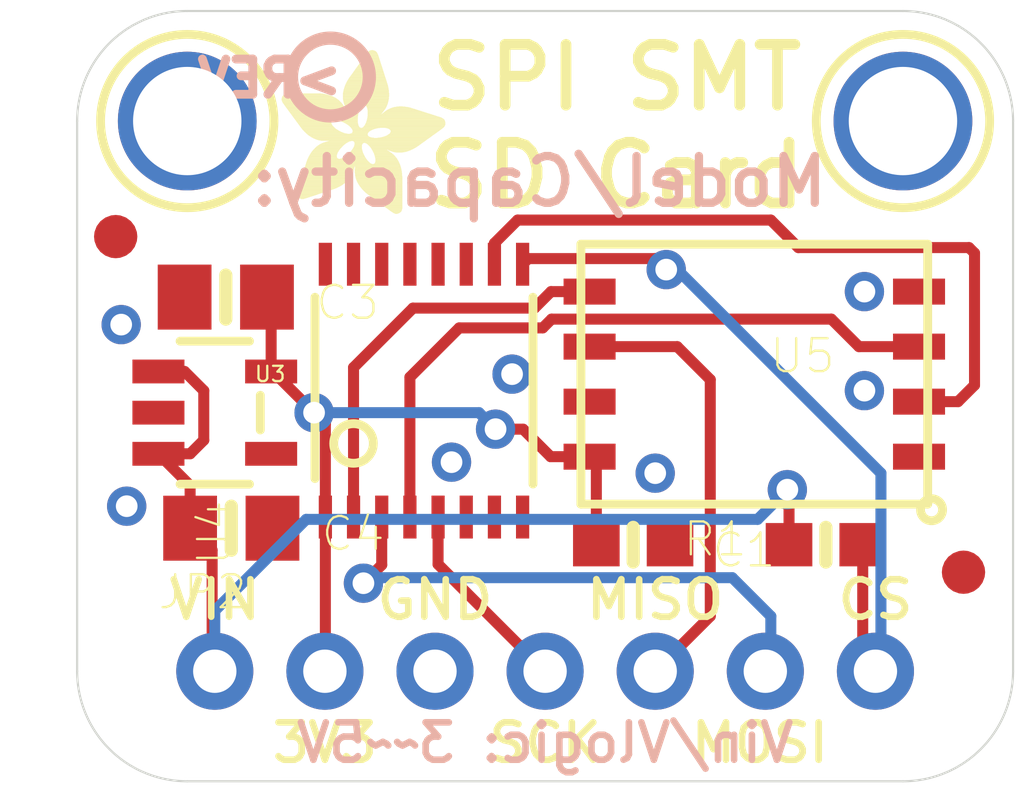
<source format=kicad_pcb>
(kicad_pcb (version 20211014) (generator pcbnew)
  (layers (0 "F.Cu" signal) (31 "B.Cu" signal) (34 "B.Paste" user) (35 "F.Paste" user) (36 "B.SilkS" user "B.Silkscreen") (37 "F.SilkS" user "F.Silkscreen") (38 "B.Mask" user) (39 "F.Mask" user) (44 "Edge.Cuts" user))
  (net 0 "")
  (net 1 "GND")
  (net 2 "SCK_3.3V")
  (net 3 "MOSI_3.3V")
  (net 4 "MISO_3.3V")
  (net 5 "SSEL_3.3V")
  (net 6 "SCK")
  (net 7 "MOSI")
  (net 8 "SS")
  (net 9 "3.3V")
  (net 10 "VIN")
  (footprint "Adafruit SPI Flash SD Card:0603-NO" (layer "F.Cu") (at 150.5331 108.4326)
    (fp_text reference "C1" (at 1.778 0.127) (layer "F.SilkS") (effects (font (size 0.75948 0.75948) (thickness 0.05332)) (justify left)))
    (fp_text value "0.1uF")
    (pad "1" smd rect (at -0.85 0) (size 1.075 1) (layers "F.Cu" "F.Paste" "F.Mask") (net 9 "3.3V"))
    (pad "2" smd rect (at 0.85 0) (size 1.075 1) (layers "F.Cu" "F.Paste" "F.Mask") (net 1 "GND"))
  )
  (footprint "Adafruit SPI Flash SD Card:MOUNTINGHOLE_2.5_PLATED" (layer "F.Cu") (at 140.2461 98.6536)
    (fp_text reference "U$16" hide)
    (fp_text value "MOUNTINGHOLE2.5" hide)
    (pad "P$1" thru_hole circle (at 0 0) (size 3.2 3.2) (drill 2.5) (layers *.Cu *.Mask))
  )
  (footprint "Adafruit SPI Flash SD Card:SOT23-5" (layer "F.Cu") (at 140.8811 105.3846 -90)
    (fp_text reference "U4" (at 1.978 0 90) (layer "F.SilkS") (effects (font (size 0.75948 0.75948) (thickness 0.05332)) (justify right)))
    (fp_text value "AP2112K-3.3")
    (pad "1" smd rect (at -0.95 1.3001 270) (size 0.55 1.2) (layers "F.Cu" "F.Paste" "F.Mask") (net 10 "VIN"))
    (pad "2" smd rect (at 0 1.3001 270) (size 0.55 1.2) (layers "F.Cu" "F.Paste" "F.Mask") (net 1 "GND"))
    (pad "3" smd rect (at 0.95 1.3001 270) (size 0.55 1.2) (layers "F.Cu" "F.Paste" "F.Mask") (net 10 "VIN"))
    (pad "4" smd rect (at 0.95 -1.3001 270) (size 0.55 1.2) (layers "F.Cu" "F.Paste" "F.Mask"))
    (pad "5" smd rect (at -0.95 -1.3001 270) (size 0.55 1.2) (layers "F.Cu" "F.Paste" "F.Mask") (net 9 "3.3V"))
  )
  (footprint "Adafruit SPI Flash SD Card:FIDUCIAL_1MM" (layer "F.Cu") (at 138.5951 101.3206)
    (fp_text reference "FID2" hide)
    (fp_text value "FIDUCIAL_1MM" hide)
    (pad "1" smd roundrect (at 0 0) (size 1 1) (layers "F.Cu" "F.Mask") (roundrect_rratio 0.5))
  )
  (footprint "Adafruit SPI Flash SD Card:FIDUCIAL_1MM" (layer "F.Cu") (at 158.1531 109.0676)
    (fp_text reference "FID3" hide)
    (fp_text value "FIDUCIAL_1MM" hide)
    (pad "1" smd roundrect (at 0 0) (size 1 1) (layers "F.Cu" "F.Mask") (roundrect_rratio 0.5))
  )
  (footprint "Adafruit SPI Flash SD Card:0603-NO" (layer "F.Cu") (at 154.9781 108.4326 180)
    (fp_text reference "R1" (at 1.778 0.127) (layer "F.SilkS") (effects (font (size 0.75948 0.75948) (thickness 0.05332)) (justify right)))
    (fp_text value "10K")
    (pad "1" smd rect (at -0.85 0 180) (size 1.075 1) (layers "F.Cu" "F.Paste" "F.Mask") (net 8 "SS"))
    (pad "2" smd rect (at 0.85 0 180) (size 1.075 1) (layers "F.Cu" "F.Paste" "F.Mask") (net 10 "VIN"))
  )
  (footprint "Adafruit SPI Flash SD Card:TSSOP16" (layer "F.Cu") (at 145.7071 104.8766)
    (fp_text reference "U3" (at -3.937 -0.381) (layer "F.SilkS") (effects (font (size 0.35308 0.35308) (thickness 0.05332)) (justify left)))
    (fp_text value "74HC4050D")
    (pad "1" smd rect (at -2.275 2.9178) (size 0.3048 0.9906) (layers "F.Cu" "F.Paste" "F.Mask") (net 9 "3.3V"))
    (pad "2" smd rect (at -1.625 2.9178) (size 0.3048 0.9906) (layers "F.Cu" "F.Paste" "F.Mask") (net 3 "MOSI_3.3V"))
    (pad "3" smd rect (at -0.975 2.9178) (size 0.3048 0.9906) (layers "F.Cu" "F.Paste" "F.Mask") (net 7 "MOSI"))
    (pad "4" smd rect (at -0.325 2.9178) (size 0.3048 0.9906) (layers "F.Cu" "F.Paste" "F.Mask") (net 2 "SCK_3.3V"))
    (pad "5" smd rect (at 0.325 2.9178) (size 0.3048 0.9906) (layers "F.Cu" "F.Paste" "F.Mask") (net 6 "SCK"))
    (pad "6" smd rect (at 0.975 2.9178) (size 0.3048 0.9906) (layers "F.Cu" "F.Paste" "F.Mask"))
    (pad "7" smd rect (at 1.625 2.9178) (size 0.3048 0.9906) (layers "F.Cu" "F.Paste" "F.Mask"))
    (pad "8" smd rect (at 2.275 2.9178) (size 0.3048 0.9906) (layers "F.Cu" "F.Paste" "F.Mask") (net 1 "GND"))
    (pad "9" smd rect (at 2.275 -2.9178) (size 0.3048 0.9906) (layers "F.Cu" "F.Paste" "F.Mask") (net 8 "SS"))
    (pad "10" smd rect (at 1.625 -2.9178) (size 0.3048 0.9906) (layers "F.Cu" "F.Paste" "F.Mask") (net 5 "SSEL_3.3V"))
    (pad "11" smd rect (at 0.975 -2.9178) (size 0.3048 0.9906) (layers "F.Cu" "F.Paste" "F.Mask"))
    (pad "12" smd rect (at 0.325 -2.9178) (size 0.3048 0.9906) (layers "F.Cu" "F.Paste" "F.Mask"))
    (pad "13" smd rect (at -0.325 -2.9178) (size 0.3048 0.9906) (layers "F.Cu" "F.Paste" "F.Mask"))
    (pad "14" smd rect (at -0.975 -2.9178) (size 0.3048 0.9906) (layers "F.Cu" "F.Paste" "F.Mask"))
    (pad "15" smd rect (at -1.625 -2.9178) (size 0.3048 0.9906) (layers "F.Cu" "F.Paste" "F.Mask"))
    (pad "16" smd rect (at -2.275 -2.9178) (size 0.3048 0.9906) (layers "F.Cu" "F.Paste" "F.Mask"))
  )
  (footprint "Adafruit SPI Flash SD Card:1X07_ROUND_70" (layer "F.Cu") (at 148.5011 111.3536)
    (fp_text reference "JP2" (at -8.9662 -1.8288) (layer "F.SilkS") (effects (font (size 0.75948 0.75948) (thickness 0.05332)) (justify left)))
    (fp_text value "")
    (pad "1" thru_hole circle (at -7.62 0 90) (size 1.778 1.778) (drill 1) (layers *.Cu *.Mask) (net 10 "VIN"))
    (pad "2" thru_hole circle (at -5.08 0 90) (size 1.778 1.778) (drill 1) (layers *.Cu *.Mask) (net 9 "3.3V"))
    (pad "3" thru_hole circle (at -2.54 0 90) (size 1.778 1.778) (drill 1) (layers *.Cu *.Mask) (net 1 "GND"))
    (pad "4" thru_hole circle (at 0 0 90) (size 1.778 1.778) (drill 1) (layers *.Cu *.Mask) (net 6 "SCK"))
    (pad "5" thru_hole circle (at 2.54 0 90) (size 1.778 1.778) (drill 1) (layers *.Cu *.Mask) (net 4 "MISO_3.3V"))
    (pad "6" thru_hole circle (at 5.08 0 90) (size 1.778 1.778) (drill 1) (layers *.Cu *.Mask) (net 7 "MOSI"))
    (pad "7" thru_hole circle (at 7.62 0 90) (size 1.778 1.778) (drill 1) (layers *.Cu *.Mask) (net 8 "SS"))
  )
  (footprint "Adafruit SPI Flash SD Card:0805-NO" (layer "F.Cu") (at 141.2621 108.0516)
    (fp_text reference "C4" (at 2.032 0.127) (layer "F.SilkS") (effects (font (size 0.75948 0.75948) (thickness 0.05332)) (justify left)))
    (fp_text value "10uF")
    (pad "1" smd rect (at -0.95 0) (size 1.24 1.5) (layers "F.Cu" "F.Paste" "F.Mask") (net 10 "VIN"))
    (pad "2" smd rect (at 0.95 0) (size 1.24 1.5) (layers "F.Cu" "F.Paste" "F.Mask") (net 1 "GND"))
  )
  (footprint "Adafruit SPI Flash SD Card:LGA8_8X6" (layer "F.Cu") (at 153.3271 104.4956 180)
    (fp_text reference "U5" (at -1.905 0.419) (layer "F.SilkS") (effects (font (size 0.75948 0.75948) (thickness 0.05332)) (justify right)))
    (fp_text value "XTSD")
    (pad "1" smd rect (at -3.8 -1.905 90) (size 0.6 1.2) (layers "F.Cu" "F.Paste" "F.Mask"))
    (pad "2" smd rect (at -3.8 -0.635 90) (size 0.6 1.2) (layers "F.Cu" "F.Paste" "F.Mask") (net 5 "SSEL_3.3V"))
    (pad "3" smd rect (at -3.8 0.635 90) (size 0.6 1.2) (layers "F.Cu" "F.Paste" "F.Mask") (net 2 "SCK_3.3V"))
    (pad "4" smd rect (at -3.8 1.905 90) (size 0.6 1.2) (layers "F.Cu" "F.Paste" "F.Mask") (net 1 "GND"))
    (pad "5" smd rect (at 3.8 1.905 90) (size 0.6 1.2) (layers "F.Cu" "F.Paste" "F.Mask") (net 3 "MOSI_3.3V"))
    (pad "6" smd rect (at 3.8 0.635 90) (size 0.6 1.2) (layers "F.Cu" "F.Paste" "F.Mask") (net 4 "MISO_3.3V"))
    (pad "7" smd rect (at 3.8 -0.635 90) (size 0.6 1.2) (layers "F.Cu" "F.Paste" "F.Mask"))
    (pad "8" smd rect (at 3.8 -1.905 90) (size 0.6 1.2) (layers "F.Cu" "F.Paste" "F.Mask") (net 9 "3.3V"))
  )
  (footprint "Adafruit SPI Flash SD Card:0805-NO" (layer "F.Cu") (at 141.1351 102.7176)
    (fp_text reference "C3" (at 2.032 0.127) (layer "F.SilkS") (effects (font (size 0.75948 0.75948) (thickness 0.05332)) (justify left)))
    (fp_text value "10uF")
    (pad "1" smd rect (at -0.95 0) (size 1.24 1.5) (layers "F.Cu" "F.Paste" "F.Mask") (net 1 "GND"))
    (pad "2" smd rect (at 0.95 0) (size 1.24 1.5) (layers "F.Cu" "F.Paste" "F.Mask") (net 9 "3.3V"))
  )
  (footprint "Adafruit SPI Flash SD Card:MOUNTINGHOLE_2.5_PLATED" (layer "F.Cu") (at 156.7561 98.6536)
    (fp_text reference "U$17" hide)
    (fp_text value "MOUNTINGHOLE2.5" hide)
    (pad "P$1" thru_hole circle (at 0 0) (size 3.2 3.2) (drill 2.5) (layers *.Cu *.Mask))
  )
  (footprint "Adafruit SPI Flash SD Card:ADAFRUIT_3.5MM" (layer "F.Cu") (at 142.4051 100.8126)
    (fp_text reference "U$19" hide)
    (fp_text value "" hide)
  )
  (footprint "Adafruit SPI Flash SD Card:PCBFEAT-REV-040" (layer "B.Cu") (at 143.5481 97.6376 180)
    (fp_text reference "U$21" hide)
    (fp_text value "" hide)
    (fp_text user ">REV" (at -0.3556 -0.508) (layer "B.SilkS") (effects (font (size 0.8128 0.8128) (thickness 0.2032)) (justify left bottom mirror)))
  )
  (gr_line (start 159.2961 98.6536) (end 159.2961 111.3536) (layer "Edge.Cuts") (width 0.05))
  (gr_arc (start 140.2461 113.8936) (mid 138.450049 113.149651) (end 137.7061 111.3536) (layer "Edge.Cuts") (width 0.05))
  (gr_arc (start 156.7561 96.1136) (mid 158.552151 96.857549) (end 159.2961 98.6536) (layer "Edge.Cuts") (width 0.05))
  (gr_line (start 137.7061 111.3536) (end 137.7061 98.6536) (layer "Edge.Cuts") (width 0.05))
  (gr_arc (start 137.7061 98.6536) (mid 138.450049 96.857549) (end 140.2461 96.1136) (layer "Edge.Cuts") (width 0.05))
  (gr_line (start 156.7561 113.8936) (end 140.2461 113.8936) (layer "Edge.Cuts") (width 0.05))
  (gr_arc (start 159.2961 111.3536) (mid 158.552151 113.149651) (end 156.7561 113.8936) (layer "Edge.Cuts") (width 0.05))
  (gr_line (start 140.2461 96.1136) (end 156.7561 96.1136) (layer "Edge.Cuts") (width 0.05))
  (gr_text "Model/Capacity:" (at 148.3741 100.0506) (layer "B.SilkS") (effects (font (size 1.0795 1.0795) (thickness 0.1905)) (justify mirror)))
  (gr_text "" (at 150.4061 97.8916) (layer "B.SilkS") (effects (font (size 1.40335 1.40335) (thickness 0.24765)) (justify mirror)))
  (gr_text "Vin/Vlogic: 3~~5V" (at 148.5011 113.0046) (layer "B.SilkS") (effects (font (size 0.8636 0.8636) (thickness 0.1524)) (justify mirror)))
  (gr_text "VIN" (at 140.8811 109.7026) (layer "F.SilkS") (effects (font (size 0.8636 0.8636) (thickness 0.1524))))
  (gr_text "3V3" (at 143.4211 113.0046) (layer "F.SilkS") (effects (font (size 0.8636 0.8636) (thickness 0.1524))))
  (gr_text "SPI SMT\nSD Card" (at 150.1521 98.7806) (layer "F.SilkS") (effects (font (size 1.40335 1.40335) (thickness 0.24765))))
  (gr_text "GND" (at 145.9611 109.7026) (layer "F.SilkS") (effects (font (size 0.8636 0.8636) (thickness 0.1524))))
  (gr_text "CS" (at 156.1211 109.7026) (layer "F.SilkS") (effects (font (size 0.8636 0.8636) (thickness 0.1524))))
  (gr_text "SCK" (at 148.5011 113.0046) (layer "F.SilkS") (effects (font (size 0.8636 0.8636) (thickness 0.1524))))
  (gr_text "MOSI" (at 153.4541 113.0046) (layer "F.SilkS") (effects (font (size 0.8636 0.8636) (thickness 0.1524))))
  (gr_text "MISO" (at 151.0411 109.7026) (layer "F.SilkS") (effects (font (size 0.8636 0.8636) (thickness 0.1524))))
  (via (at 155.8671 102.5906) (size 0.9064) (drill 0.5) (layers "F.Cu" "B.Cu") (net 1))
  (via (at 138.7221 103.3526) (size 0.9064) (drill 0.5) (layers "F.Cu" "B.Cu") (net 1))
  (via (at 146.3421 106.5276) (size 0.9064) (drill 0.5) (layers "F.Cu" "B.Cu") (net 1))
  (via (at 151.0411 106.7816) (size 0.9064) (drill 0.5) (layers "F.Cu" "B.Cu") (net 1))
  (via (at 155.8671 104.8766) (size 0.9064) (drill 0.5) (layers "F.Cu" "B.Cu") (net 1))
  (via (at 147.7391 104.4956) (size 0.9064) (drill 0.5) (layers "F.Cu" "B.Cu") (net 1))
  (via (at 138.8491 107.5436) (size 0.9064) (drill 0.5) (layers "F.Cu" "B.Cu") (net 1))
  (segment (start 146.5199 103.4288) (end 148.446481 103.4288) (width 0.254) (layer "F.Cu") (net 2))
  (segment (start 148.446481 103.4288) (end 148.649681 103.2256) (width 0.254) (layer "F.Cu") (net 2))
  (segment (start 155.7401 103.8606) (end 157.1271 103.8606) (width 0.254) (layer "F.Cu") (net 2))
  (segment (start 148.649681 103.2256) (end 155.1051 103.2256) (width 0.254) (layer "F.Cu") (net 2))
  (segment (start 145.3821 104.5666) (end 146.5199 103.4288) (width 0.254) (layer "F.Cu") (net 2))
  (segment (start 145.3821 107.7944) (end 145.3821 104.5666) (width 0.254) (layer "F.Cu") (net 2))
  (segment (start 155.1051 103.2256) (end 155.7401 103.8606) (width 0.254) (layer "F.Cu") (net 2))
  (segment (start 148.6381 102.5906) (end 149.5271 102.5906) (width 0.254) (layer "F.Cu") (net 3))
  (segment (start 145.4531 102.9716) (end 148.2571 102.9716) (width 0.254) (layer "F.Cu") (net 3))
  (segment (start 148.6381 102.5906) (end 148.2571 102.9716) (width 0.254) (layer "F.Cu") (net 3))
  (segment (start 144.0821 107.7944) (end 144.0821 104.3426) (width 0.254) (layer "F.Cu") (net 3))
  (segment (start 144.0821 104.3426) (end 145.4531 102.9716) (width 0.254) (layer "F.Cu") (net 3))
  (segment (start 152.3111 110.0836) (end 151.0411 111.3536) (width 0.254) (layer "F.Cu") (net 4))
  (segment (start 151.5491 103.8606) (end 152.3111 104.6226) (width 0.254) (layer "F.Cu") (net 4))
  (segment (start 149.5271 103.8606) (end 151.5491 103.8606) (width 0.254) (layer "F.Cu") (net 4))
  (segment (start 152.3111 104.6226) (end 152.3111 110.0836) (width 0.254) (layer "F.Cu") (net 4))
  (segment (start 153.7081 100.9396) (end 147.8661 100.9396) (width 0.254) (layer "F.Cu") (net 5))
  (segment (start 154.3431 101.5746) (end 153.7081 100.9396) (width 0.254) (layer "F.Cu") (net 5))
  (segment (start 158.4071 104.7496) (end 158.4071 101.7016) (width 0.254) (layer "F.Cu") (net 5))
  (segment (start 158.2801 101.5746) (end 154.3431 101.5746) (width 0.254) (layer "F.Cu") (net 5))
  (segment (start 147.3321 101.4736) (end 147.3321 101.9588) (width 0.254) (layer "F.Cu") (net 5))
  (segment (start 147.8661 100.9396) (end 147.3321 101.4736) (width 0.254) (layer "F.Cu") (net 5))
  (segment (start 158.0261 105.1306) (end 158.4071 104.7496) (width 0.254) (layer "F.Cu") (net 5))
  (segment (start 158.4071 101.7016) (end 158.2801 101.5746) (width 0.254) (layer "F.Cu") (net 5))
  (segment (start 157.1271 105.1306) (end 158.0261 105.1306) (width 0.254) (layer "F.Cu") (net 5))
  (segment (start 148.5011 111.3536) (end 146.0321 108.8846) (width 0.254) (layer "F.Cu") (net 6))
  (segment (start 146.0321 108.8846) (end 146.0321 107.7944) (width 0.254) (layer "F.Cu") (net 6))
  (segment (start 144.7321 108.8996) (end 144.7321 107.7944) (width 0.254) (layer "F.Cu") (net 7))
  (segment (start 144.3101 109.3216) (end 144.7321 108.8996) (width 0.254) (layer "F.Cu") (net 7))
  (via (at 144.3101 109.3216) (size 0.9064) (drill 0.5) (layers "F.Cu" "B.Cu") (net 7))
  (segment (start 152.8191 109.1946) (end 144.4371 109.1946) (width 0.254) (layer "B.Cu") (net 7))
  (segment (start 144.4371 109.1946) (end 144.3101 109.3216) (width 0.254) (layer "B.Cu") (net 7))
  (segment (start 153.7081 110.0836) (end 152.8191 109.1946) (width 0.254) (layer "B.Cu") (net 7))
  (segment (start 153.5811 111.3536) (end 153.7081 111.2266) (width 0.254) (layer "B.Cu") (net 7))
  (segment (start 153.7081 110.0836) (end 153.7081 111.2266) (width 0.254) (layer "B.Cu") (net 7))
  (segment (start 156.2481 111.2266) (end 155.8281 110.8066) (width 0.254) (layer "F.Cu") (net 8))
  (segment (start 155.8281 110.8066) (end 155.8281 108.4326) (width 0.254) (layer "F.Cu") (net 8))
  (segment (start 147.9821 101.9588) (end 148.1123 101.8286) (width 0.254) (layer "F.Cu") (net 8))
  (segment (start 151.0411 101.8286) (end 148.1123 101.8286) (width 0.254) (layer "F.Cu") (net 8))
  (segment (start 156.1211 111.3536) (end 156.2481 111.2266) (width 0.254) (layer "F.Cu") (net 8))
  (segment (start 151.2951 102.0826) (end 151.0411 101.8286) (width 0.254) (layer "F.Cu") (net 8))
  (via (at 151.2951 102.0826) (size 0.9064) (drill 0.5) (layers "F.Cu" "B.Cu") (net 8))
  (segment (start 156.2481 106.7816) (end 156.2481 111.2266) (width 0.254) (layer "B.Cu") (net 8))
  (segment (start 151.5491 102.0826) (end 151.2951 102.0826) (width 0.254) (layer "B.Cu") (net 8))
  (segment (start 156.1211 111.3536) (end 156.2481 111.2266) (width 0.254) (layer "B.Cu") (net 8))
  (segment (start 156.2481 106.7816) (end 151.5491 102.0826) (width 0.254) (layer "B.Cu") (net 8))
  (segment (start 142.0851 102.7176) (end 142.1812 102.8137) (width 0.254) (layer "F.Cu") (net 9))
  (segment (start 148.6281 106.4006) (end 147.9931 105.7656) (width 0.254) (layer "F.Cu") (net 9))
  (segment (start 143.4321 105.645) (end 143.1717 105.3846) (width 0.254) (layer "F.Cu") (net 9))
  (segment (start 149.6831 106.5566) (end 149.6831 108.4326) (width 0.254) (layer "F.Cu") (net 9))
  (segment (start 143.4321 111.3426) (end 143.4211 111.3536) (width 0.254) (layer "F.Cu") (net 9))
  (segment (start 142.1812 104.4346) (end 142.2217 104.4346) (width 0.254) (layer "F.Cu") (net 9))
  (segment (start 143.4321 107.7944) (end 143.4321 111.3426) (width 0.254) (layer "F.Cu") (net 9))
  (segment (start 147.9931 105.7656) (end 147.3581 105.7656) (width 0.254) (layer "F.Cu") (net 9))
  (segment (start 142.2217 104.4346) (end 143.1717 105.3846) (width 0.254) (layer "F.Cu") (net 9))
  (segment (start 149.5271 106.4006) (end 149.6831 106.5566) (width 0.254) (layer "F.Cu") (net 9))
  (segment (start 142.1812 102.8137) (end 142.1812 104.4346) (width 0.254) (layer "F.Cu") (net 9))
  (segment (start 149.5271 106.4006) (end 148.6281 106.4006) (width 0.254) (layer "F.Cu") (net 9))
  (segment (start 143.4321 107.7944) (end 143.4321 105.645) (width 0.254) (layer "F.Cu") (net 9))
  (via (at 143.1717 105.3846) (size 0.9064) (drill 0.5) (layers "F.Cu" "B.Cu") (net 9))
  (via (at 147.3581 105.7656) (size 0.9064) (drill 0.5) (layers "F.Cu" "B.Cu") (net 9))
  (segment (start 147.3581 105.7656) (end 146.9771 105.3846) (width 0.254) (layer "B.Cu") (net 9))
  (segment (start 146.9771 105.3846) (end 143.1717 105.3846) (width 0.254) (layer "B.Cu") (net 9))
  (segment (start 140.3121 106.3346) (end 139.581 106.3346) (width 0.254) (layer "F.Cu") (net 10))
  (segment (start 140.8201 108.5596) (end 140.3121 108.0516) (width 0.254) (layer "F.Cu") (net 10))
  (segment (start 140.1851 104.4346) (end 140.6271 104.8766) (width 0.254) (layer "F.Cu") (net 10))
  (segment (start 140.3121 107.0657) (end 140.3121 108.0516) (width 0.254) (layer "F.Cu") (net 10))
  (segment (start 139.581 104.4346) (end 140.1851 104.4346) (width 0.254) (layer "F.Cu") (net 10))
  (segment (start 154.1281 107.2016) (end 154.0891 107.1626) (width 0.254) (layer "F.Cu") (net 10))
  (segment (start 154.1281 108.4326) (end 154.1281 107.2016) (width 0.254) (layer "F.Cu") (net 10))
  (segment (start 140.8201 108.5596) (end 140.8201 111.2926) (width 0.254) (layer "F.Cu") (net 10))
  (segment (start 140.8811 111.3536) (end 140.8201 111.2926) (width 0.254) (layer "F.Cu") (net 10))
  (segment (start 140.6271 104.8766) (end 140.6271 106.0196) (width 0.254) (layer "F.Cu") (net 10))
  (segment (start 140.6271 106.0196) (end 140.3121 106.3346) (width 0.254) (layer "F.Cu") (net 10))
  (segment (start 139.581 106.3346) (end 140.3121 107.0657) (width 0.254) (layer "F.Cu") (net 10))
  (via (at 154.0891 107.1626) (size 0.9064) (drill 0.5) (layers "F.Cu" "B.Cu") (net 10))
  (segment (start 140.8811 109.9566) (end 140.8811 111.3536) (width 0.254) (layer "B.Cu") (net 10))
  (segment (start 154.0891 107.1626) (end 153.4033 107.8484) (width 0.254) (layer "B.Cu") (net 10))
  (segment (start 153.4033 107.8484) (end 142.9893 107.8484) (width 0.254) (layer "B.Cu") (net 10))
  (segment (start 142.9893 107.8484) (end 140.8811 109.9566) (width 0.254) (layer "B.Cu") (net 10))
)
</source>
